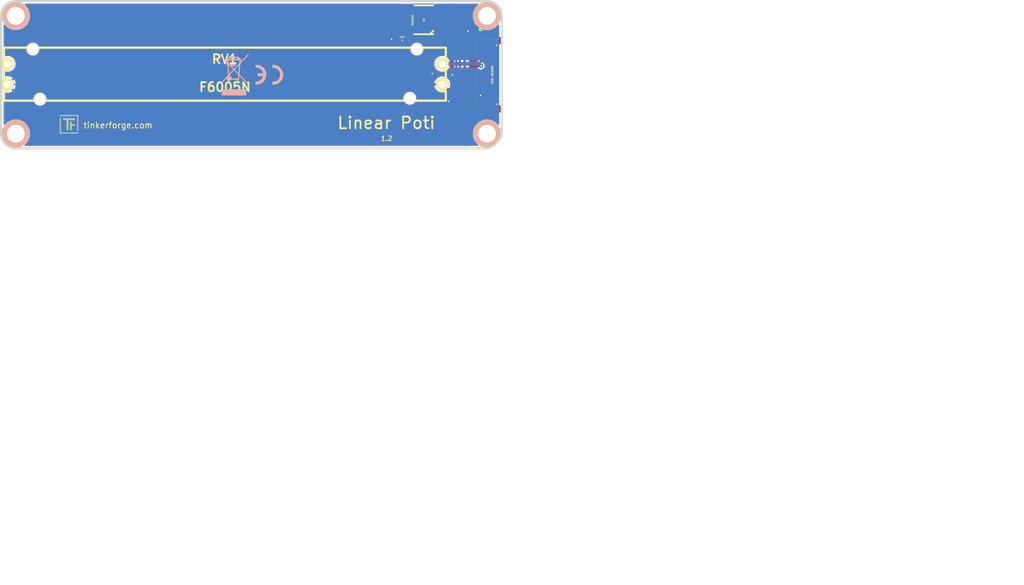
<source format=kicad_pcb>
(kicad_pcb (version 4) (host pcbnew 4.0.2-4+6225~38~ubuntu15.10.1-stable)
  (title_block (title "Linear Poti Bricklet") (date 2016-03-04) (rev 1.2) (company "Tinkerforge GmbH") (comment 1 "Licensed under CERN OHL v.1.1") (comment 2 "Copyright (©) 2016, B.Nordmeyer <bastian@tinkerforge.com>"))
  (layers (0 Vorderseite signal) (31 Rückseite signal) (34 B.Paste user) (35 F.Paste user) (36 B.SilkS user) (37 F.SilkS user) (38 B.Mask user) (39 F.Mask user) (44 Edge.Cuts user))
  (net 0 "")
  (net 1 GND)
  (net 2 IN_1)
  (net 3 N-000001)
  (net 4 SCL)
  (net 5 SDA)
  (net 6 VCC)
  (module Logo_31x31 (layer Vorderseite) (at 119.40032 85.80374)
    (fp_text reference Ref** hide)
    (fp_text value Val** hide)
  )
  (module WEEE_7mm (layer Rückseite) (at 148.95 78.975)
    (fp_text reference VAL hide)
    (fp_text value WEEE_7mm hide)
  )
  (module CE_5mm (layer Rückseite) (at 154.95 78.975 180)
    (fp_text reference VAL hide)
    (fp_text value CE_5mm hide)
  )
  (module DRILL_NP (layer Vorderseite) (at 111.9505 68.97878 90)
    (fp_text reference U2 hide)
    (fp_text value DRILL hide)
    (pad "" thru_hole circle (at 0 0 90) (size 2.99974 2.99974) (drill 2.99974) (layers *.Cu *.SilkS *.Mask) (clearance 0.89916))
  )
  (module DRILL_NP (layer Vorderseite) (at 111.9505 88.97874)
    (fp_text reference U3 hide)
    (fp_text value DRILL hide)
    (pad "" thru_hole circle (at 0 0) (size 2.99974 2.99974) (drill 2.99974) (layers *.Cu *.SilkS *.Mask) (clearance 0.89916))
  )
  (module DRILL_NP (layer Vorderseite) (at 191.95034 68.97878)
    (fp_text reference U4 hide)
    (fp_text value DRILL hide)
    (pad "" thru_hole circle (at 0 0) (size 2.99974 2.99974) (drill 2.99974) (layers *.Cu *.SilkS *.Mask) (clearance 0.89916))
  )
  (module DRILL_NP (layer Vorderseite) (at 191.95034 88.97874 90)
    (fp_text reference U5 hide)
    (fp_text value DRILL hide)
    (pad "" thru_hole circle (at 0 0 90) (size 2.99974 2.99974) (drill 2.99974) (layers *.Cu *.SilkS *.Mask) (clearance 0.89916))
  )
  (module Fiducial_Mark (layer Vorderseite) (at 187.95238 67.97548)
    (fp_text reference Fiducial_Mark hide)
    (fp_text value VAL** hide)
    (pad 1 smd circle (at 0 0) (size 1.00076 1.00076) (layers Vorderseite F.Mask) (clearance 0.65024))
  )
  (module Fiducial_Mark (layer Vorderseite) (at 115.951 89.6747)
    (fp_text reference Fiducial_Mark hide)
    (fp_text value VAL** hide)
    (pad 1 smd circle (at 0 0) (size 1.00076 1.00076) (layers Vorderseite F.Mask) (clearance 0.65024))
  )
  (module F6005N (layer Vorderseite) (at 147.44954 78.87716 180)
    (fp_text reference RV1 (at 0.0508 2.55016 180) (layer F.SilkS) (effects (font (thickness 0.3048))))
    (fp_text value F6005N (at 0 -2.19964 180) (layer F.SilkS) (effects (font (thickness 0.3048))))
    (pad 1 thru_hole circle (at -36.90112 -1.75006 180) (size 2.19964 2.19964) (drill 1.19888) (layers *.Cu *.Mask F.SilkS) (net 6 VCC))
    (pad 2 thru_hole circle (at -36.90112 1.75006 180) (size 2.19964 2.19964) (drill 1.19888) (layers *.Cu *.Mask F.SilkS) (net 2 IN_1))
    (pad 3 thru_hole circle (at 36.90112 -1.75006 180) (size 2.19964 2.19964) (drill 1.19888) (layers *.Cu *.Mask F.SilkS) (net 1 GND))
    (pad "" thru_hole circle (at 36.90112 1.75006 180) (size 2.19964 2.19964) (drill 1.19888) (layers *.Cu *.Mask F.SilkS))
    (pad "" thru_hole circle (at 31.39948 -4.24942 180) (size 1.69926 1.69926) (drill 1.69926) (layers *.Cu *.Mask F.SilkS))
    (pad "" thru_hole circle (at -31.39948 -4.09956 180) (size 1.69926 1.69926) (drill 1.69926) (layers *.Cu *.Mask F.SilkS))
    (pad "" thru_hole circle (at 32.6009 4.24942 180) (size 1.69926 1.69926) (drill 1.69926) (layers *.Cu *.Mask F.SilkS))
    (pad "" thru_hole circle (at -32.6009 4.24942 180) (size 1.69926 1.69926) (drill 1.69926) (layers *.Cu *.Mask F.SilkS))
  )
  (module CON-SENSOR (layer Vorderseite) (at 194.4497 78.97622 90)
    (fp_text reference P1 (at 7.9502 -3.50012 90) (layer F.SilkS) (effects (font (size 0.59944 0.59944) (thickness 0.12446))))
    (fp_text value CON-SENSOR (at 0 -1.6002 90) (layer F.SilkS) (effects (font (size 0.29972 0.29972) (thickness 0.07112))))
    (pad 1 smd rect (at -4.50088 -4.7752 90) (size 0.59944 1.5494) (layers Vorderseite F.Paste F.Mask))
    (pad 2 smd rect (at -3.50012 -4.7752 90) (size 0.59944 1.5494) (layers Vorderseite F.Paste F.Mask) (net 1 GND))
    (pad 3 smd rect (at -2.49936 -4.7752 90) (size 0.59944 1.5494) (layers Vorderseite F.Paste F.Mask) (net 6 VCC))
    (pad 4 smd rect (at -1.50114 -4.7752 90) (size 0.59944 1.5494) (layers Vorderseite F.Paste F.Mask) (net 4 SCL))
    (pad 5 smd rect (at -0.50038 -4.7752 90) (size 0.59944 1.5494) (layers Vorderseite F.Paste F.Mask) (net 5 SDA))
    (pad 6 smd rect (at 0.50038 -4.7752 90) (size 0.59944 1.5494) (layers Vorderseite F.Paste F.Mask) (net 3 N-000001))
    (pad 7 smd rect (at 1.50114 -4.7752 90) (size 0.59944 1.5494) (layers Vorderseite F.Paste F.Mask) (net 2 IN_1))
    (pad 8 smd rect (at 2.49936 -4.7752 90) (size 0.59944 1.5494) (layers Vorderseite F.Paste F.Mask))
    (pad 9 smd rect (at 3.50012 -4.7752 90) (size 0.59944 1.5494) (layers Vorderseite F.Paste F.Mask))
    (pad 10 smd rect (at 4.50088 -4.7752 90) (size 0.59944 1.5494) (layers Vorderseite F.Paste F.Mask))
    (pad EP smd rect (at -5.79882 -0.89916 90) (size 1.19888 1.80086) (layers Vorderseite F.Paste F.Mask) (net 1 GND))
    (pad EP smd rect (at 5.79882 -0.89916 90) (size 1.19888 1.80086) (layers Vorderseite F.Paste F.Mask) (net 1 GND))
  )
  (module kicad-libraries:SO-8 (layer Vorderseite) (at 181.2 69.65 90)
    (fp_text reference U1 (at 0 0 90) (layer F.SilkS) (effects (font (size 0.3 0.3) (thickness 0.075))))
    (fp_text value M24C64 (at -0.05 -1.875 90) (layer F.SilkS) (effects (font (size 0.3 0.3) (thickness 0.075))))
    (pad 1 smd rect (at -1.90246 2.86766 270) (size 0.79756 2.19964) (layers Vorderseite F.Paste F.Mask) (net 1 GND))
    (pad 2 smd rect (at -0.63246 2.86766 270) (size 0.79756 2.19964) (layers Vorderseite F.Paste F.Mask) (net 1 GND))
    (pad 3 smd rect (at 0.63246 2.86766 270) (size 0.79756 2.19964) (layers Vorderseite F.Paste F.Mask) (net 3 N-000001))
    (pad 4 smd rect (at 1.90246 2.86766 270) (size 0.79756 2.19964) (layers Vorderseite F.Paste F.Mask) (net 1 GND))
    (pad 5 smd rect (at 1.90246 -2.86766 90) (size 0.79756 2.19964) (layers Vorderseite F.Paste F.Mask) (net 5 SDA))
    (pad 6 smd rect (at 0.63246 -2.86766 90) (size 0.79756 2.19964) (layers Vorderseite F.Paste F.Mask) (net 4 SCL))
    (pad 7 smd rect (at -0.63246 -2.86766 90) (size 0.79756 2.19964) (layers Vorderseite F.Paste F.Mask))
    (pad 8 smd rect (at -1.90246 -2.86766 90) (size 0.79756 2.19964) (layers Vorderseite F.Paste F.Mask) (net 6 VCC))
  )
  (module kicad-libraries:0603E (layer Vorderseite) (at 177.55 72.95)
    (fp_text reference C1 (at 0.05 0.225) (layer F.SilkS) (effects (font (size 0.2 0.2) (thickness 0.05))))
    (fp_text value 100nF (at 0.05 -0.375) (layer F.SilkS) (effects (font (size 0.2 0.2) (thickness 0.05))))
    (pad 1 smd rect (at -0.8501 0) (size 1.1 1) (layers Vorderseite F.Paste F.Mask) (net 1 GND))
    (pad 2 smd rect (at 0.8501 0) (size 1.1 1) (layers Vorderseite F.Paste F.Mask) (net 6 VCC))
  )
  (gr_text 1.2 (at 174.90186 89.8017) (layer F.SilkS) (effects (font (size 0.8001 0.8001) (thickness 0.14986))))
  (gr_text tinkerforge.com (at 129.30124 87.5538) (layer F.SilkS) (effects (font (size 1.00076 1.00076) (thickness 0.14986))))
  (gr_line (start 111.9505 91.47556) (end 191.44996 91.47556) (angle 90) (layer Edge.Cuts) (width 0.381))
  (gr_line (start 109.45114 88.9762) (end 109.45114 68.97624) (angle 90) (layer Edge.Cuts) (width 0.381))
  (gr_line (start 191.95034 66.47688) (end 111.9505 66.47688) (angle 90) (layer Edge.Cuts) (width 0.381))
  (gr_arc (start 191.95034 68.97624) (end 191.95034 66.47688) (angle 90) (layer Edge.Cuts) (width 0.381))
  (gr_arc (start 111.9505 68.97624) (end 109.45114 68.97624) (angle 90) (layer Edge.Cuts) (width 0.381))
  (gr_arc (start 111.9505 88.9762) (end 111.9505 91.47556) (angle 90) (layer Edge.Cuts) (width 0.381))
  (gr_line (start 194.4497 88.47582) (end 194.4497 68.97624) (angle 90) (layer Edge.Cuts) (width 0.381))
  (gr_arc (start 191.44996 88.47582) (end 194.4497 88.47582) (angle 90) (layer Edge.Cuts) (width 0.381))
  (gr_text "Linear Poti" (at 174.85106 87.15248) (layer F.SilkS) (effects (font (size 1.99898 1.99898) (thickness 0.3048))))
  (segment (start 176.6999 72.95) (end 175.75 72.95) (width 0.40132) (layer Vorderseite) (net 1))
  (via (at 175.75 72.95) (size 0.70104) (drill 0.24892) (layers Vorderseite Rückseite) (net 1))
  (via (at 193.55054 73.9775) (size 0.70104) (layers Vorderseite Rückseite) (net 1))
  (segment (start 193.55054 73.9775) (end 193.55054 73.1774) (width 0.40132) (layer Vorderseite) (net 1))
  (segment (start 193.55054 78.97622) (end 193.55054 73.9775) (width 0.40132) (layer Rückseite) (net 1))
  (segment (start 193.55054 82.97672) (end 193.55054 78.97622) (width 0.40132) (layer Rückseite) (net 1))
  (segment (start 193.55054 83.97748) (end 193.55054 82.97672) (width 0.40132) (layer Rückseite) (net 1))
  (via (at 193.55054 83.97748) (size 0.70104) (layers Vorderseite Rückseite) (net 1))
  (segment (start 193.55054 84.77504) (end 193.55054 83.97748) (width 0.40132) (layer Vorderseite) (net 1))
  (segment (start 185.84926 74.97572) (end 186.84748 73.9775) (width 0.29972) (layer Rückseite) (net 1))
  (segment (start 189.55004 73.9775) (end 193.55054 73.9775) (width 0.29972) (layer Rückseite) (net 1))
  (segment (start 186.84748 73.9775) (end 189.55004 73.9775) (width 0.29972) (layer Rückseite) (net 1))
  (segment (start 180.9496 77.57668) (end 177.89906 80.62722) (width 0.29972) (layer Rückseite) (net 1))
  (segment (start 183.55056 74.97572) (end 180.9496 77.57668) (width 0.29972) (layer Rückseite) (net 1))
  (segment (start 177.89906 80.62722) (end 110.54842 80.62722) (width 0.29972) (layer Rückseite) (net 1))
  (segment (start 185.84926 74.97572) (end 183.55056 74.97572) (width 0.29972) (layer Rückseite) (net 1))
  (segment (start 181.44744 77.57668) (end 182.64886 78.7781) (width 0.29972) (layer Rückseite) (net 1))
  (via (at 182.64886 78.7781) (size 0.70104) (layers Vorderseite Rückseite) (net 1))
  (segment (start 180.9496 77.57668) (end 181.44744 77.57668) (width 0.29972) (layer Rückseite) (net 1))
  (via (at 186.04992 78.97622) (size 0.70104) (layers Vorderseite Rückseite) (net 1))
  (segment (start 193.55054 78.97622) (end 186.04992 78.97622) (width 0.29972) (layer Rückseite) (net 1))
  (segment (start 189.55004 72.3773) (end 188.74994 71.5772) (width 0.29972) (layer Rückseite) (net 1))
  (via (at 188.74994 71.5772) (size 0.70104) (layers Vorderseite Rückseite) (net 1))
  (segment (start 189.55004 73.9775) (end 189.55004 72.3773) (width 0.29972) (layer Rückseite) (net 1))
  (segment (start 193.05016 82.47634) (end 193.55054 82.97672) (width 0.29972) (layer Rückseite) (net 1))
  (segment (start 189.6745 82.47634) (end 190.85052 82.47634) (width 0.70104) (layer Vorderseite) (net 1))
  (via (at 190.85052 82.47634) (size 0.70104) (layers Vorderseite Rückseite) (net 1))
  (segment (start 190.85052 82.47634) (end 193.05016 82.47634) (width 0.29972) (layer Rückseite) (net 1))
  (via (at 185.45048 83.4771) (size 0.70104) (layers Vorderseite Rückseite) (net 1))
  (segment (start 185.45048 83.4771) (end 189.7507 83.4771) (width 0.29972) (layer Rückseite) (net 1))
  (segment (start 189.7507 83.4771) (end 190.75146 82.47634) (width 0.29972) (layer Rückseite) (net 1))
  (segment (start 190.75146 82.47634) (end 190.85052 82.47634) (width 0.29972) (layer Rückseite) (net 1))
  (segment (start 186.25058 83.4771) (end 185.45048 83.4771) (width 0.29972) (layer Vorderseite) (net 1))
  (segment (start 190.94704 77.47508) (end 190.94958 77.47762) (width 0.70104) (layer Vorderseite) (net 2))
  (via (at 190.94958 77.47762) (size 0.70104) (layers Vorderseite Rückseite) (net 2))
  (segment (start 190.94958 77.47762) (end 190.59906 77.1271) (width 0.70104) (layer Rückseite) (net 2))
  (segment (start 190.59906 77.1271) (end 184.35066 77.1271) (width 0.70104) (layer Rückseite) (net 2))
  (segment (start 189.6745 77.47508) (end 190.94704 77.47508) (width 0.40132) (layer Vorderseite) (net 2))
  (segment (start 189.6745 78.47584) (end 188.95084 78.47584) (width 0.29972) (layer Vorderseite) (net 3))
  (segment (start 188.95084 78.47584) (end 188.15 77.675) (width 0.29972) (layer Vorderseite) (net 3))
  (segment (start 188.15 77.675) (end 188.15 73.4) (width 0.29972) (layer Vorderseite) (net 3))
  (segment (start 188.15 73.4) (end 186.8 72.05) (width 0.29972) (layer Vorderseite) (net 3))
  (segment (start 186.8 72.05) (end 186.8 70.425) (width 0.29972) (layer Vorderseite) (net 3))
  (segment (start 186.8 70.425) (end 185.39254 69.01754) (width 0.29972) (layer Vorderseite) (net 3))
  (segment (start 185.39254 69.01754) (end 184.06766 69.01754) (width 0.29972) (layer Vorderseite) (net 3))
  (segment (start 189.6745 80.47736) (end 188.52736 80.47736) (width 0.29972) (layer Vorderseite) (net 4))
  (segment (start 179.99254 69.01754) (end 178.33234 69.01754) (width 0.29972) (layer Vorderseite) (net 4))
  (segment (start 180.6 69.625) (end 179.99254 69.01754) (width 0.29972) (layer Vorderseite) (net 4))
  (segment (start 180.6 72.175) (end 180.6 69.625) (width 0.29972) (layer Vorderseite) (net 4))
  (segment (start 182.55 74.125) (end 180.6 72.175) (width 0.29972) (layer Vorderseite) (net 4))
  (segment (start 185.4 74.125) (end 182.55 74.125) (width 0.29972) (layer Vorderseite) (net 4))
  (segment (start 186.725 75.45) (end 185.4 74.125) (width 0.29972) (layer Vorderseite) (net 4))
  (segment (start 186.725 78.675) (end 186.725 75.45) (width 0.29972) (layer Vorderseite) (net 4))
  (segment (start 188.52736 80.47736) (end 186.725 78.675) (width 0.29972) (layer Vorderseite) (net 4))
  (segment (start 189.6745 79.4766) (end 188.7016 79.4766) (width 0.29972) (layer Vorderseite) (net 5))
  (segment (start 180.14754 67.74754) (end 178.33234 67.74754) (width 0.29972) (layer Vorderseite) (net 5))
  (segment (start 181.325 68.925) (end 180.14754 67.74754) (width 0.29972) (layer Vorderseite) (net 5))
  (segment (start 181.325 71.65) (end 181.325 68.925) (width 0.29972) (layer Vorderseite) (net 5))
  (segment (start 183.075 73.4) (end 181.325 71.65) (width 0.29972) (layer Vorderseite) (net 5))
  (segment (start 185.575 73.4) (end 183.075 73.4) (width 0.29972) (layer Vorderseite) (net 5))
  (segment (start 187.325 75.15) (end 185.575 73.4) (width 0.29972) (layer Vorderseite) (net 5))
  (segment (start 187.325 78.1) (end 187.325 75.15) (width 0.29972) (layer Vorderseite) (net 5))
  (segment (start 188.7016 79.4766) (end 187.325 78.1) (width 0.29972) (layer Vorderseite) (net 5))
  (segment (start 178.4001 72.95) (end 178.4001 71.62022) (width 0.40132) (layer Vorderseite) (net 6))
  (segment (start 178.4001 71.62022) (end 178.33234 71.55246) (width 0.40132) (layer Vorderseite) (net 6))
  (segment (start 184.35066 80.62722) (end 181.50222 80.62722) (width 0.40132) (layer Vorderseite) (net 6))
  (segment (start 178.4001 77.5251) (end 178.4001 72.95) (width 0.40132) (layer Vorderseite) (net 6))
  (segment (start 181.50222 80.62722) (end 178.4001 77.5251) (width 0.40132) (layer Vorderseite) (net 6))
  (segment (start 189.6745 81.47558) (end 185.19902 81.47558) (width 0.40132) (layer Vorderseite) (net 6))
  (segment (start 185.19902 81.47558) (end 184.35066 80.62722) (width 0.40132) (layer Vorderseite) (net 6))
  (zone (net 1) (net_name GND) (layer Vorderseite) (connect_pads (clearance 0.24892)) (min_thickness 0.24892) (fill yes (arc_segments 16) (thermal_gap 0.29972) (thermal_bridge_width 0.29972))
    (polygon (pts (xy 194.4497 91.47556) (xy 194.4497 66.47688) (xy 109.45114 66.47688) (xy 109.45114 91.47556)))
  )
  (zone (net 1) (net_name GND) (layer Rückseite) (connect_pads (clearance 0.24892)) (min_thickness 0.24892) (fill yes (arc_segments 16) (thermal_gap 0.29972) (thermal_bridge_width 0.29972))
    (polygon (pts (xy 194.4497 91.47556) (xy 194.4497 66.47688) (xy 109.45114 66.47688) (xy 109.45114 91.47556)))
  )
)
</source>
